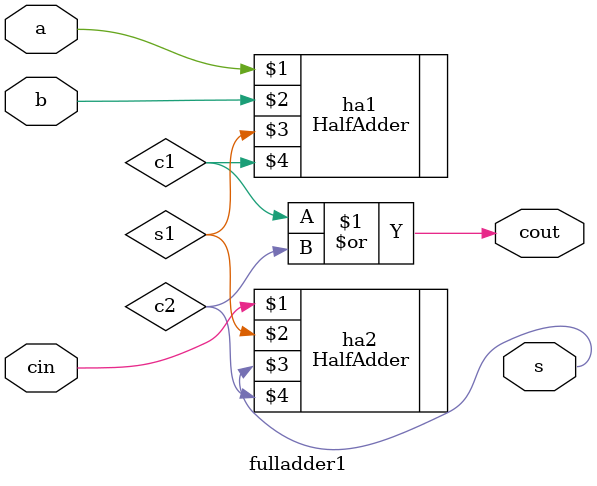
<source format=v>
module fulladder1 (a, b, cin, s, cout);
    input a, b, cin;
    wire s1, c1, c2;
    output s, cout;

    HalfAdder ha1(a, b, s1, c1);
    HalfAdder ha2(cin, s1, s, c2);

    assign cout = c1 | c2;
endmodule

</source>
